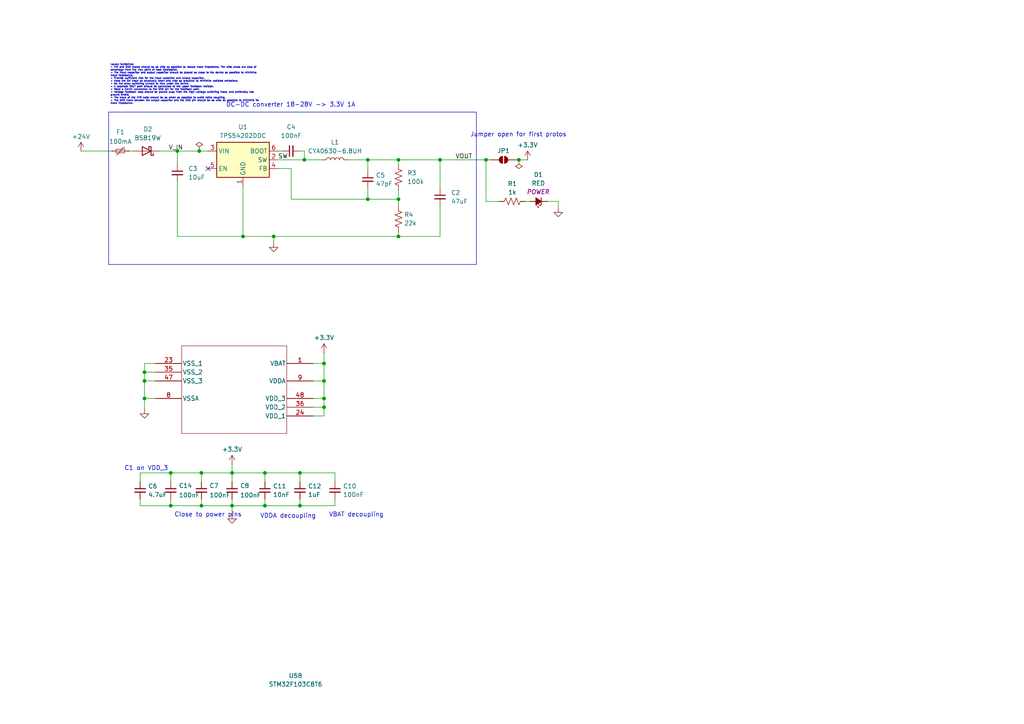
<source format=kicad_sch>
(kicad_sch (version 20231120) (generator "eeschema") (generator_version "8.0")
  (paper "A4")
  (lib_symbols
    (symbol "2024-08-24_19-57-47:STM32F103C8T6" (pin_names (offset 0.254))
      (property "Reference" "U5" (at 40.64 -90.5871 0))
      (property "Value" "STM32F103C8T6" (at 40.64 -93.0724 0))
      (symbol "STM32F103C8T6_1_1"
        (polyline (pts (xy 5.5372 -81.8007) (xy 4.4958 -81.28)) (stroke (width 0.127)))
        (polyline (pts (xy 5.5372 -80.7593) (xy 4.4958 -81.28)) (stroke (width 0.127)))
        (polyline (pts (xy 5.5372 -79.2607) (xy 4.4958 -78.74)) (stroke (width 0.127)))
        (polyline (pts (xy 5.5372 -78.2193) (xy 4.4958 -78.74)) (stroke (width 0.127)))
        (polyline (pts (xy 5.5372 -76.7207) (xy 4.4958 -76.2)) (stroke (width 0.127)))
        (polyline (pts (xy 5.5372 -75.6793) (xy 4.4958 -76.2)) (stroke (width 0.127)))
        (polyline (pts (xy 5.5372 -74.1807) (xy 4.4958 -73.66)) (stroke (width 0.127)))
        (polyline (pts (xy 5.5372 -73.1393) (xy 4.4958 -73.66)) (stroke (width 0.127)))
        (polyline (pts (xy 5.5372 -71.6407) (xy 4.4958 -71.12)) (stroke (width 0.127)))
        (polyline (pts (xy 5.5372 -70.5993) (xy 4.4958 -71.12)) (stroke (width 0.127)))
        (polyline (pts (xy 5.5372 -69.1007) (xy 4.4958 -68.58)) (stroke (width 0.127)))
        (polyline (pts (xy 5.5372 -68.0593) (xy 4.4958 -68.58)) (stroke (width 0.127)))
        (polyline (pts (xy 5.5372 -66.5607) (xy 4.4958 -66.04)) (stroke (width 0.127)))
        (polyline (pts (xy 5.5372 -65.5193) (xy 4.4958 -66.04)) (stroke (width 0.127)))
        (polyline (pts (xy 5.5372 -64.0207) (xy 4.4958 -63.5)) (stroke (width 0.127)))
        (polyline (pts (xy 5.5372 -62.9793) (xy 4.4958 -63.5)) (stroke (width 0.127)))
        (polyline (pts (xy 5.5372 -61.4807) (xy 4.4958 -60.96)) (stroke (width 0.127)))
        (polyline (pts (xy 5.5372 -60.4393) (xy 4.4958 -60.96)) (stroke (width 0.127)))
        (polyline (pts (xy 5.5372 -58.9407) (xy 4.4958 -58.42)) (stroke (width 0.127)))
        (polyline (pts (xy 5.5372 -57.8993) (xy 4.4958 -58.42)) (stroke (width 0.127)))
        (polyline (pts (xy 5.5372 -56.4007) (xy 4.4958 -55.88)) (stroke (width 0.127)))
        (polyline (pts (xy 5.5372 -55.3593) (xy 4.4958 -55.88)) (stroke (width 0.127)))
        (polyline (pts (xy 5.5372 -53.8607) (xy 4.4958 -53.34)) (stroke (width 0.127)))
        (polyline (pts (xy 5.5372 -52.8193) (xy 4.4958 -53.34)) (stroke (width 0.127)))
        (polyline (pts (xy 5.5372 -51.3207) (xy 4.4958 -50.8)) (stroke (width 0.127)))
        (polyline (pts (xy 5.5372 -50.2793) (xy 4.4958 -50.8)) (stroke (width 0.127)))
        (polyline (pts (xy 5.5372 -48.7807) (xy 4.4958 -48.26)) (stroke (width 0.127)))
        (polyline (pts (xy 5.5372 -47.7393) (xy 4.4958 -48.26)) (stroke (width 0.127)))
        (polyline (pts (xy 5.5372 -46.2407) (xy 4.4958 -45.72)) (stroke (width 0.127)))
        (polyline (pts (xy 5.5372 -45.1993) (xy 4.4958 -45.72)) (stroke (width 0.127)))
        (polyline (pts (xy 5.5372 -43.7007) (xy 4.4958 -43.18)) (stroke (width 0.127)))
        (polyline (pts (xy 5.5372 -42.6593) (xy 4.4958 -43.18)) (stroke (width 0.127)))
        (polyline (pts (xy 5.5372 -38.6207) (xy 4.4958 -38.1)) (stroke (width 0.127)))
        (polyline (pts (xy 5.5372 -37.5793) (xy 4.4958 -38.1)) (stroke (width 0.127)))
        (polyline (pts (xy 5.5372 -36.0807) (xy 4.4958 -35.56)) (stroke (width 0.127)))
        (polyline (pts (xy 5.5372 -35.0393) (xy 4.4958 -35.56)) (stroke (width 0.127)))
        (polyline (pts (xy 5.5372 -33.5407) (xy 4.4958 -33.02)) (stroke (width 0.127)))
        (polyline (pts (xy 5.5372 -32.4993) (xy 4.4958 -33.02)) (stroke (width 0.127)))
        (polyline (pts (xy 5.5372 -31.0007) (xy 4.4958 -30.48)) (stroke (width 0.127)))
        (polyline (pts (xy 5.5372 -29.9593) (xy 4.4958 -30.48)) (stroke (width 0.127)))
        (polyline (pts (xy 5.5372 -28.4607) (xy 4.4958 -27.94)) (stroke (width 0.127)))
        (polyline (pts (xy 5.5372 -27.4193) (xy 4.4958 -27.94)) (stroke (width 0.127)))
        (polyline (pts (xy 5.5372 -25.9207) (xy 4.4958 -25.4)) (stroke (width 0.127)))
        (polyline (pts (xy 5.5372 -24.8793) (xy 4.4958 -25.4)) (stroke (width 0.127)))
        (polyline (pts (xy 5.5372 -23.3807) (xy 4.4958 -22.86)) (stroke (width 0.127)))
        (polyline (pts (xy 5.5372 -22.3393) (xy 4.4958 -22.86)) (stroke (width 0.127)))
        (polyline (pts (xy 5.5372 -20.8407) (xy 4.4958 -20.32)) (stroke (width 0.127)))
        (polyline (pts (xy 5.5372 -19.7993) (xy 4.4958 -20.32)) (stroke (width 0.127)))
        (polyline (pts (xy 5.5372 -18.3007) (xy 4.4958 -17.78)) (stroke (width 0.127)))
        (polyline (pts (xy 5.5372 -17.2593) (xy 4.4958 -17.78)) (stroke (width 0.127)))
        (polyline (pts (xy 5.5372 -15.7607) (xy 4.4958 -15.24)) (stroke (width 0.127)))
        (polyline (pts (xy 5.5372 -14.7193) (xy 4.4958 -15.24)) (stroke (width 0.127)))
        (polyline (pts (xy 5.5372 -13.2207) (xy 4.4958 -12.7)) (stroke (width 0.127)))
        (polyline (pts (xy 5.5372 -12.1793) (xy 4.4958 -12.7)) (stroke (width 0.127)))
        (polyline (pts (xy 5.5372 -10.6807) (xy 4.4958 -10.16)) (stroke (width 0.127)))
        (polyline (pts (xy 5.5372 -9.6393) (xy 4.4958 -10.16)) (stroke (width 0.127)))
        (polyline (pts (xy 5.5372 -8.1407) (xy 4.4958 -7.62)) (stroke (width 0.127)))
        (polyline (pts (xy 5.5372 -7.0993) (xy 4.4958 -7.62)) (stroke (width 0.127)))
        (polyline (pts (xy 5.5372 -5.6007) (xy 4.4958 -5.08)) (stroke (width 0.127)))
        (polyline (pts (xy 5.5372 -4.5593) (xy 4.4958 -5.08)) (stroke (width 0.127)))
        (polyline (pts (xy 5.5372 -3.0607) (xy 4.4958 -2.54)) (stroke (width 0.127)))
        (polyline (pts (xy 5.5372 -2.0193) (xy 4.4958 -2.54)) (stroke (width 0.127)))
        (polyline (pts (xy 5.5372 -0.5207) (xy 4.4958 0)) (stroke (width 0.127)))
        (polyline (pts (xy 5.5372 0.5207) (xy 4.4958 0)) (stroke (width 0.127)))
        (polyline (pts (xy 7.0993 -81.28) (xy 6.0579 -81.8007)) (stroke (width 0.127)))
        (polyline (pts (xy 7.0993 -81.28) (xy 6.0579 -80.7593)) (stroke (width 0.127)))
        (polyline (pts (xy 7.0993 -78.74) (xy 6.0579 -79.2607)) (stroke (width 0.127)))
        (polyline (pts (xy 7.0993 -78.74) (xy 6.0579 -78.2193)) (stroke (width 0.127)))
        (polyline (pts (xy 7.0993 -76.2) (xy 6.0579 -76.7207)) (stroke (width 0.127)))
        (polyline (pts (xy 7.0993 -76.2) (xy 6.0579 -75.6793)) (stroke (width 0.127)))
        (polyline (pts (xy 7.0993 -73.66) (xy 6.0579 -74.1807)) (stroke (width 0.127)))
        (polyline (pts (xy 7.0993 -73.66) (xy 6.0579 -73.1393)) (stroke (width 0.127)))
        (polyline (pts (xy 7.0993 -71.12) (xy 6.0579 -71.6407)) (stroke (width 0.127)))
        (polyline (pts (xy 7.0993 -71.12) (xy 6.0579 -70.5993)) (stroke (width 0.127)))
        (polyline (pts (xy 7.0993 -68.58) (xy 6.0579 -69.1007)) (stroke (width 0.127)))
        (polyline (pts (xy 7.0993 -68.58) (xy 6.0579 -68.0593)) (stroke (width 0.127)))
        (polyline (pts (xy 7.0993 -66.04) (xy 6.0579 -66.5607)) (stroke (width 0.127)))
        (polyline (pts (xy 7.0993 -66.04) (xy 6.0579 -65.5193)) (stroke (width 0.127)))
        (polyline (pts (xy 7.0993 -63.5) (xy 6.0579 -64.0207)) (stroke (width 0.127)))
        (polyline (pts (xy 7.0993 -63.5) (xy 6.0579 -62.9793)) (stroke (width 0.127)))
        (polyline (pts (xy 7.0993 -60.96) (xy 6.0579 -61.4807)) (stroke (width 0.127)))
        (polyline (pts (xy 7.0993 -60.96) (xy 6.0579 -60.4393)) (stroke (width 0.127)))
        (polyline (pts (xy 7.0993 -58.42) (xy 6.0579 -58.9407)) (stroke (width 0.127)))
        (polyline (pts (xy 7.0993 -58.42) (xy 6.0579 -57.8993)) (stroke (width 0.127)))
        (polyline (pts (xy 7.0993 -55.88) (xy 6.0579 -56.4007)) (stroke (width 0.127)))
        (polyline (pts (xy 7.0993 -55.88) (xy 6.0579 -55.3593)) (stroke (width 0.127)))
        (polyline (pts (xy 7.0993 -53.34) (xy 6.0579 -53.8607)) (stroke (width 0.127)))
        (polyline (pts (xy 7.0993 -53.34) (xy 6.0579 -52.8193)) (stroke (width 0.127)))
        (polyline (pts (xy 7.0993 -50.8) (xy 6.0579 -51.3207)) (stroke (width 0.127)))
        (polyline (pts (xy 7.0993 -50.8) (xy 6.0579 -50.2793)) (stroke (width 0.127)))
        (polyline (pts (xy 7.0993 -48.26) (xy 6.0579 -48.7807)) (stroke (width 0.127)))
        (polyline (pts (xy 7.0993 -48.26) (xy 6.0579 -47.7393)) (stroke (width 0.127)))
        (polyline (pts (xy 7.0993 -45.72) (xy 6.0579 -46.2407)) (stroke (width 0.127)))
        (polyline (pts (xy 7.0993 -45.72) (xy 6.0579 -45.1993)) (stroke (width 0.127)))
        (polyline (pts (xy 7.0993 -43.18) (xy 6.0579 -43.7007)) (stroke (width 0.127)))
        (polyline (pts (xy 7.0993 -43.18) (xy 6.0579 -42.6593)) (stroke (width 0.127)))
        (polyline (pts (xy 7.0993 -38.1) (xy 6.0579 -38.6207)) (stroke (width 0.127)))
        (polyline (pts (xy 7.0993 -38.1) (xy 6.0579 -37.5793)) (stroke (width 0.127)))
        (polyline (pts (xy 7.0993 -35.56) (xy 6.0579 -36.0807)) (stroke (width 0.127)))
        (polyline (pts (xy 7.0993 -35.56) (xy 6.0579 -35.0393)) (stroke (width 0.127)))
        (polyline (pts (xy 7.0993 -33.02) (xy 6.0579 -33.5407)) (stroke (width 0.127)))
        (polyline (pts (xy 7.0993 -33.02) (xy 6.0579 -32.4993)) (stroke (width 0.127)))
        (polyline (pts (xy 7.0993 -30.48) (xy 6.0579 -31.0007)) (stroke (width 0.127)))
        (polyline (pts (xy 7.0993 -30.48) (xy 6.0579 -29.9593)) (stroke (width 0.127)))
        (polyline (pts (xy 7.0993 -27.94) (xy 6.0579 -28.4607)) (stroke (width 0.127)))
        (polyline (pts (xy 7.0993 -27.94) (xy 6.0579 -27.4193)) (stroke (width 0.127)))
        (polyline (pts (xy 7.0993 -25.4) (xy 6.0579 -25.9207)) (stroke (width 0.127)))
        (polyline (pts (xy 7.0993 -25.4) (xy 6.0579 -24.8793)) (stroke (width 0.127)))
        (polyline (pts (xy 7.0993 -22.86) (xy 6.0579 -23.3807)) (stroke (width 0.127)))
        (polyline (pts (xy 7.0993 -22.86) (xy 6.0579 -22.3393)) (stroke (width 0.127)))
        (polyline (pts (xy 7.0993 -20.32) (xy 6.0579 -20.8407)) (stroke (width 0.127)))
        (polyline (pts (xy 7.0993 -20.32) (xy 6.0579 -19.7993)) (stroke (width 0.127)))
        (polyline (pts (xy 7.0993 -17.78) (xy 6.0579 -18.3007)) (stroke (width 0.127)))
        (polyline (pts (xy 7.0993 -17.78) (xy 6.0579 -17.2593)) (stroke (width 0.127)))
        (polyline (pts (xy 7.0993 -15.24) (xy 6.0579 -15.7607)) (stroke (width 0.127)))
        (polyline (pts (xy 7.0993 -15.24) (xy 6.0579 -14.7193)) (stroke (width 0.127)))
        (polyline (pts (xy 7.0993 -12.7) (xy 6.0579 -13.2207)) (stroke (width 0.127)))
        (polyline (pts (xy 7.0993 -12.7) (xy 6.0579 -12.1793)) (stroke (width 0.127)))
        (polyline (pts (xy 7.0993 -10.16) (xy 6.0579 -10.6807)) (stroke (width 0.127)))
        (polyline (pts (xy 7.0993 -10.16) (xy 6.0579 -9.6393)) (stroke (width 0.127)))
        (polyline (pts (xy 7.0993 -7.62) (xy 6.0579 -8.1407)) (stroke (width 0.127)))
        (polyline (pts (xy 7.0993 -7.62) (xy 6.0579 -7.0993)) (stroke (width 0.127)))
        (polyline (pts (xy 7.0993 -5.08) (xy 6.0579 -5.6007)) (stroke (width 0.127)))
        (polyline (pts (xy 7.0993 -5.08) (xy 6.0579 -4.5593)) (stroke (width 0.127)))
        (polyline (pts (xy 7.0993 -2.54) (xy 6.0579 -3.0607)) (stroke (width 0.127)))
        (polyline (pts (xy 7.0993 -2.54) (xy 6.0579 -2.0193)) (stroke (width 0.127)))
        (polyline (pts (xy 7.0993 0) (xy 6.0579 -0.5207)) (stroke (width 0.127)))
        (polyline (pts (xy 7.0993 0) (xy 6.0579 0.5207)) (stroke (width 0.127)))
        (polyline (pts (xy 7.62 -88.9) (xy 73.66 -88.9)) (stroke (width 0.127)))
        (polyline (pts (xy 7.62 7.62) (xy 7.62 -88.9)) (stroke (width 0.127)))
        (polyline (pts (xy 73.66 -88.9) (xy 73.66 7.62)) (stroke (width 0.127)))
        (polyline (pts (xy 73.66 7.62) (xy 7.62 7.62)) (stroke (width 0.127)))
        (polyline (pts (xy 74.1807 -81.28) (xy 75.2221 -81.8007)) (stroke (width 0.127)))
        (polyline (pts (xy 74.1807 -81.28) (xy 75.2221 -80.7593)) (stroke (width 0.127)))
        (polyline (pts (xy 74.1807 -78.74) (xy 75.2221 -79.2607)) (stroke (width 0.127)))
        (polyline (pts (xy 74.1807 -78.74) (xy 75.2221 -78.2193)) (stroke (width 0.127)))
        (polyline (pts (xy 74.1807 -76.2) (xy 75.2221 -76.7207)) (stroke (width 0.127)))
        (polyline (pts (xy 74.1807 -76.2) (xy 75.2221 -75.6793)) (stroke (width 0.127)))
        (polyline (pts (xy 74.1807 -71.12) (xy 75.2221 -71.6407)) (stroke (width 0.127)))
        (polyline (pts (xy 74.1807 -71.12) (xy 75.2221 -70.5993)) (stroke (width 0.127)))
        (polyline (pts (xy 74.1807 -66.04) (xy 75.2221 -66.5607)) (stroke (width 0.127)))
        (polyline (pts (xy 74.1807 -66.04) (xy 75.2221 -65.5193)) (stroke (width 0.127)))
        (polyline (pts (xy 74.1807 -60.96) (xy 75.2221 -61.4807)) (stroke (width 0.127)))
        (polyline (pts (xy 74.1807 -60.96) (xy 75.2221 -60.4393)) (stroke (width 0.127)))
        (polyline (pts (xy 74.1807 -56.4007) (xy 75.2221 -55.88)) (stroke (width 0.127)))
        (polyline (pts (xy 74.1807 -55.3593) (xy 75.2221 -55.88)) (stroke (width 0.127)))
        (polyline (pts (xy 75.7428 -81.8007) (xy 76.7842 -81.28)) (stroke (width 0.127)))
        (polyline (pts (xy 75.7428 -80.7593) (xy 76.7842 -81.28)) (stroke (width 0.127)))
        (polyline (pts (xy 75.7428 -79.2607) (xy 76.7842 -78.74)) (stroke (width 0.127)))
        (polyline (pts (xy 75.7428 -78.2193) (xy 76.7842 -78.74)) (stroke (width 0.127)))
        (polyline (pts (xy 75.7428 -76.7207) (xy 76.7842 -76.2)) (stroke (width 0.127)))
        (polyline (pts (xy 75.7428 -75.6793) (xy 76.7842 -76.2)) (stroke (width 0.127)))
        (polyline (pts (xy 75.7428 -71.6407) (xy 76.7842 -71.12)) (stroke (width 0.127)))
        (polyline (pts (xy 75.7428 -70.5993) (xy 76.7842 -71.12)) (stroke (width 0.127)))
        (pin output line (at 0 0 0) (length 7.62) (name "PA0-WKUP-LED_B") (number "10"))
        (pin output line (at 0 -2.54 0) (length 7.62) (name "PA1-LED_G") (number "11"))
        (pin output line (at 0 -5.08 0) (length 7.62) (name "PA2-LED_R") (number "12"))
        (pin bidirectional line (at 0 -7.62 0) (length 7.62) (name "PA3") (number "13"))
        (pin output line (at 0 -10.16 0) (length 7.62) (name "PA4") (number "14"))
        (pin output line (at 0 -12.7 0) (length 7.62) (name "PA5-SPI1_SCK") (number "15"))
        (pin input line (at 0 -15.24 0) (length 7.62) (name "PA6-SPI1_MISO") (number "16"))
        (pin output line (at 0 -17.78 0) (length 7.62) (name "PA7-SPI1_MOSI") (number "17"))
        (pin output line (at 0 -43.18 0) (length 7.62) (name "PB0-RF_CS") (number "18"))
        (pin output line (at 0 -45.72 0) (length 7.62) (name "PB1-RF_RST") (number "19"))
        (pin bidirectional line (at 81.28 -81.28 180) (length 7.62) (name "PC13") (number "2"))
        (pin input line (at 0 -48.26 0) (length 7.62) (name "PB2-PIR_2") (number "20"))
        (pin input line (at 0 -68.58 0) (length 7.62) (name "PB10-PIR_1") (number "21"))
        (pin input line (at 0 -71.12 0) (length 7.62) (name "PB11-RF_INT") (number "22"))
        (pin output line (at 0 -73.66 0) (length 7.62) (name "PB12-LED_STATUS4") (number "25"))
        (pin output line (at 0 -76.2 0) (length 7.62) (name "PB13-LED_STATUS3") (number "26"))
        (pin output line (at 0 -78.74 0) (length 7.62) (name "PB14-LED_STATUS2") (number "27"))
        (pin output line (at 0 -81.28 0) (length 7.62) (name "PB15-LED_STATUS1") (number "28"))
        (pin output line (at 0 -20.32 0) (length 7.62) (name "PA8-PA8") (number "29"))
        (pin bidirectional line (at 81.28 -78.74 180) (length 7.62) (name "PC14-OSC32_IN") (number "3"))
        (pin output line (at 0 -22.86 0) (length 7.62) (name "PA9-USART1_TX") (number "30"))
        (pin input line (at 0 -25.4 0) (length 7.62) (name "PA10-USART1_RX") (number "31"))
        (pin output line (at 0 -27.94 0) (length 7.62) (name "PA11-PA11") (number "32"))
        (pin output line (at 0 -30.48 0) (length 7.62) (name "PA12-PA12") (number "33"))
        (pin bidirectional line (at 0 -33.02 0) (length 7.62) (name "PA13-SYS_JTMS-SWDIO") (number "34"))
        (pin input line (at 0 -35.56 0) (length 7.62) (name "PA14-SYS_JTCK-SWCLK") (number "37"))
        (pin bidirectional line (at 0 -38.1 0) (length 7.62) (name "PA15") (number "38"))
        (pin output line (at 0 -50.8 0) (length 7.62) (name "PB3-SYS_JTDO-TRACESWO") (number "39"))
        (pin bidirectional line (at 81.28 -76.2 180) (length 7.62) (name "PC15-OSC32_OUT") (number "4"))
        (pin output line (at 0 -53.34 0) (length 7.62) (name "PB4-PB4") (number "40"))
        (pin output line (at 0 -55.88 0) (length 7.62) (name "PB5-PB5") (number "41"))
        (pin output line (at 0 -58.42 0) (length 7.62) (name "PB6-PB6") (number "42"))
        (pin bidirectional line (at 0 -60.96 0) (length 7.62) (name "PB7") (number "43"))
        (pin input line (at 81.28 -66.04 180) (length 7.62) (name "BOOT0") (number "44"))
        (pin bidirectional line (at 0 -63.5 0) (length 7.62) (name "PB8") (number "45"))
        (pin bidirectional line (at 0 -66.04 0) (length 7.62) (name "PB9") (number "46"))
        (pin bidirectional line (at 81.28 -60.96 180) (length 7.62) (name "PD0-OSC_IN-RCC_OSC_IN") (number "5"))
        (pin bidirectional line (at 81.28 -55.88 180) (length 7.62) (name "PD1-OSC_OUT-RCC_OSC_OUT") (number "6"))
        (pin bidirectional line (at 81.28 -71.12 180) (length 7.62) (name "NRST") (number "7"))
      )
      (symbol "STM32F103C8T6_2_1"
        (polyline (pts (xy 7.62 -20.32) (xy 38.1 -20.32)) (stroke (width 0.127)))
        (polyline (pts (xy 7.62 5.08) (xy 7.62 -20.32)) (stroke (width 0.127)))
        (polyline (pts (xy 38.1 -20.32) (xy 38.1 5.08)) (stroke (width 0.127)))
        (polyline (pts (xy 38.1 5.08) (xy 7.62 5.08)) (stroke (width 0.127)))
        (pin power_in line (at 45.72 0 180) (length 7.62) (name "VBAT") (number "1"))
        (pin power_in line (at 0 0 0) (length 7.62) (name "VSS_1") (number "23"))
        (pin power_in line (at 45.72 -15.24 180) (length 7.62) (name "VDD_1") (number "24"))
        (pin power_in line (at 0 -2.54 0) (length 7.62) (name "VSS_2") (number "35"))
        (pin power_in line (at 45.72 -12.7 180) (length 7.62) (name "VDD_2") (number "36"))
        (pin power_in line (at 0 -5.08 0) (length 7.62) (name "VSS_3") (number "47"))
        (pin power_in line (at 45.72 -10.16 180) (length 7.62) (name "VDD_3") (number "48"))
        (pin power_in line (at 0 -10.16 0) (length 7.62) (name "VSSA") (number "8"))
        (pin power_in line (at 45.72 -5.08 180) (length 7.62) (name "VDDA") (number "9"))
      )
    )
    (symbol "Device:C_Small" (pin_numbers hide) (pin_names (offset 0.254) hide)
      (property "Reference" "C" (at 0.254 1.778 0))
      (property "Value" "C_Small" (at 0.254 -2.032 0))
      (symbol "C_Small_0_1"
        (polyline (pts (xy -1.524 -0.508) (xy 1.524 -0.508)) (stroke (width 0.3302)))
        (polyline (pts (xy -1.524 0.508) (xy 1.524 0.508)) (stroke (width 0.3048)))
      )
      (symbol "C_Small_1_1"
        (pin passive line (at 0 2.54 270) (length 2.032) (name "~") (number "1"))
        (pin passive line (at 0 -2.54 90) (length 2.032) (name "~") (number "2"))
      )
    )
    (symbol "Device:D_Schottky" (pin_numbers hide) (pin_names (offset 1.016) hide)
      (property "Reference" "D" (at 0 2.54 0))
      (property "Value" "D_Schottky" (at 0 -2.54 0))
      (symbol "D_Schottky_0_1"
        (polyline (pts (xy 1.27 0) (xy -1.27 0)))
        (polyline (pts (xy 1.27 1.27) (xy 1.27 -1.27) (xy -1.27 0) (xy 1.27 1.27)) (stroke (width 0.254)))
        (polyline (pts (xy -1.905 0.635) (xy -1.905 1.27) (xy -1.27 1.27) (xy -1.27 -1.27) (xy -0.635 -1.27) (xy -0.635 -0.635)) (stroke (width 0.254)))
      )
      (symbol "D_Schottky_1_1"
        (pin passive line (at -3.81 0 0) (length 2.54) (name "K") (number "1"))
        (pin passive line (at 3.81 0 180) (length 2.54) (name "A") (number "2"))
      )
    )
    (symbol "Device:L" (pin_numbers hide) (pin_names (offset 1.016) hide)
      (property "Reference" "L" (at -1.27 0 90))
      (property "Value" "L" (at 1.905 0 90))
      (symbol "L_0_1"
        (arc (start 0 -2.54) (mid 0.6323 -1.905) (end 0 -1.27))
        (arc (start 0 -1.27) (mid 0.6323 -0.635) (end 0 0))
        (arc (start 0 0) (mid 0.6323 0.635) (end 0 1.27))
        (arc (start 0 1.27) (mid 0.6323 1.905) (end 0 2.54))
      )
      (symbol "L_1_1"
        (pin passive line (at 0 3.81 270) (length 1.27) (name "1") (number "1"))
        (pin passive line (at 0 -3.81 90) (length 1.27) (name "2") (number "2"))
      )
    )
    (symbol "Device:LED_Small_Filled" (pin_numbers hide) (pin_names (offset 0.254) hide)
      (property "Reference" "D" (at -1.27 3.175 0))
      (property "Value" "LED_Small_Filled" (at -4.445 -2.54 0))
      (symbol "LED_Small_Filled_0_1"
        (polyline (pts (xy -0.762 -1.016) (xy -0.762 1.016)) (stroke (width 0.254)))
        (polyline (pts (xy 1.016 0) (xy -0.762 0)))
        (polyline (pts (xy 0.762 -1.016) (xy -0.762 0) (xy 0.762 1.016) (xy 0.762 -1.016)) (stroke (width 0.254)) (fill (type outline)))
        (polyline (pts (xy 0 0.762) (xy -0.508 1.27) (xy -0.254 1.27) (xy -0.508 1.27) (xy -0.508 1.016)))
        (polyline (pts (xy 0.508 1.27) (xy 0 1.778) (xy 0.254 1.778) (xy 0 1.778) (xy 0 1.524)))
      )
      (symbol "LED_Small_Filled_1_1"
        (pin passive line (at -2.54 0 0) (length 1.778) (name "K") (number "1"))
        (pin passive line (at 2.54 0 180) (length 1.778) (name "A") (number "2"))
      )
    )
    (symbol "Device:Polyfuse_Small" (pin_numbers hide) (pin_names (offset 0))
      (property "Reference" "F" (at -1.905 0 90))
      (property "Value" "Polyfuse_Small" (at 1.905 0 90))
      (symbol "Polyfuse_Small_0_1"
        (rectangle (start -0.508 1.27) (end 0.508 -1.27))
        (polyline (pts (xy 0 2.54) (xy 0 -2.54)))
        (polyline (pts (xy -1.016 1.27) (xy -1.016 0.762) (xy 1.016 -0.762) (xy 1.016 -1.27)))
      )
      (symbol "Polyfuse_Small_1_1"
        (pin passive line (at 0 2.54 270) (length 0.635) (name "~") (number "1"))
        (pin passive line (at 0 -2.54 90) (length 0.635) (name "~") (number "2"))
      )
    )
    (symbol "Device:R_US" (pin_numbers hide) (pin_names (offset 0))
      (property "Reference" "R" (at 2.54 0 90))
      (property "Value" "R_US" (at -2.54 0 90))
      (symbol "R_US_0_1"
        (polyline (pts (xy 0 -2.286) (xy 0 -2.54)))
        (polyline (pts (xy 0 2.286) (xy 0 2.54)))
        (polyline (pts (xy 0 -0.762) (xy 1.016 -1.143) (xy 0 -1.524) (xy -1.016 -1.905) (xy 0 -2.286)))
        (polyline (pts (xy 0 0.762) (xy 1.016 0.381) (xy 0 0) (xy -1.016 -0.381) (xy 0 -0.762)))
        (polyline (pts (xy 0 2.286) (xy 1.016 1.905) (xy 0 1.524) (xy -1.016 1.143) (xy 0 0.762)))
      )
      (symbol "R_US_1_1"
        (pin passive line (at 0 3.81 270) (length 1.27) (name "~") (number "1"))
        (pin passive line (at 0 -3.81 90) (length 1.27) (name "~") (number "2"))
      )
    )
    (symbol "Jumper:SolderJumper_2_Open" (pin_numbers hide) (pin_names (offset 0) hide) (exclude_from_sim yes) (in_bom no)
      (property "Reference" "JP" (at 0 2.032 0))
      (property "Value" "SolderJumper_2_Open" (at 0 -2.54 0))
      (symbol "SolderJumper_2_Open_0_1"
        (arc (start -0.254 1.016) (mid -1.2656 0) (end -0.254 -1.016))
        (arc (start -0.254 1.016) (mid -1.2656 0) (end -0.254 -1.016) (fill (type outline)))
        (polyline (pts (xy -0.254 1.016) (xy -0.254 -1.016)))
        (polyline (pts (xy 0.254 1.016) (xy 0.254 -1.016)))
        (arc (start 0.254 -1.016) (mid 1.2656 0) (end 0.254 1.016))
        (arc (start 0.254 -1.016) (mid 1.2656 0) (end 0.254 1.016) (fill (type outline)))
      )
      (symbol "SolderJumper_2_Open_1_1"
        (pin passive line (at -3.81 0 0) (length 2.54) (name "A") (number "1"))
        (pin passive line (at 3.81 0 180) (length 2.54) (name "B") (number "2"))
      )
    )
    (symbol "Regulator_Switching:TPS54202DDC"
      (property "Reference" "U" (at -7.62 6.35 0))
      (property "Value" "TPS54202DDC" (at 0 6.35 0))
      (symbol "TPS54202DDC_0_1"
        (rectangle (start -7.62 5.08) (end 7.62 -5.08) (stroke (width 0.254)) (fill (type background)))
      )
      (symbol "TPS54202DDC_1_1"
        (pin power_in line (at 0 -7.62 90) (length 2.54) (name "GND") (number "1"))
        (pin power_out line (at 10.16 0 180) (length 2.54) (name "SW") (number "2"))
        (pin power_in line (at -10.16 2.54 0) (length 2.54) (name "VIN") (number "3"))
        (pin input line (at 10.16 -2.54 180) (length 2.54) (name "FB") (number "4"))
        (pin input line (at -10.16 -2.54 0) (length 2.54) (name "EN") (number "5"))
        (pin passive line (at 10.16 2.54 180) (length 2.54) (name "BOOT") (number "6"))
      )
    )
    (symbol "power:+24V" (power) (pin_numbers hide) (pin_names (offset 0) hide)
      (property "Value" "+24V" (at 0 3.556 0))
      (symbol "+24V_0_1"
        (polyline (pts (xy -0.762 1.27) (xy 0 2.54)))
        (polyline (pts (xy 0 0) (xy 0 2.54)))
        (polyline (pts (xy 0 2.54) (xy 0.762 1.27)))
      )
      (symbol "+24V_1_1"
        (pin power_in line (at 0 0 90) (length 0) (name "~") (number "1"))
      )
    )
    (symbol "power:+3.3V" (power) (pin_numbers hide) (pin_names (offset 0) hide)
      (property "Value" "+3.3V" (at 0 3.556 0))
      (symbol "+3.3V_0_1"
        (polyline (pts (xy -0.762 1.27) (xy 0 2.54)))
        (polyline (pts (xy 0 0) (xy 0 2.54)))
        (polyline (pts (xy 0 2.54) (xy 0.762 1.27)))
      )
      (symbol "+3.3V_1_1"
        (pin power_in line (at 0 0 90) (length 0) (name "~") (number "1"))
      )
    )
    (symbol "power:GND" (power) (pin_numbers hide) (pin_names (offset 0) hide)
      (property "Value" "GND" (at 0 -3.81 0))
      (symbol "GND_0_1"
        (polyline (pts (xy 0 0) (xy 0 -1.27) (xy 1.27 -1.27) (xy 0 -2.54) (xy -1.27 -1.27) (xy 0 -1.27)))
      )
      (symbol "GND_1_1"
        (pin power_in line (at 0 0 270) (length 0) (name "~") (number "1"))
      )
    )
    (symbol "power:PWR_FLAG" (power) (pin_numbers hide) (pin_names (offset 0) hide)
      (property "Value" "PWR_FLAG" (at 0 3.81 0))
      (symbol "PWR_FLAG_0_0"
        (pin power_out line (at 0 0 90) (length 0) (name "~") (number "1"))
      )
      (symbol "PWR_FLAG_0_1"
        (polyline (pts (xy 0 0) (xy 0 1.27) (xy -1.016 1.905) (xy 0 2.54) (xy 1.016 1.905) (xy 0 1.27)))
      )
    )
  )
  (junction (at 41.91 115.57))
  (junction (at 93.98 115.57))
  (junction (at 58.42 146.685))
  (junction (at 106.68 57.785))
  (junction (at 127.635 46.355))
  (junction (at 51.435 43.815))
  (junction (at 93.98 118.11))
  (junction (at 41.91 107.95))
  (junction (at 106.68 46.355))
  (junction (at 88.265 46.355))
  (junction (at 67.31 137.16))
  (junction (at 41.91 110.49))
  (junction (at 49.53 146.685))
  (junction (at 150.495 46.355))
  (junction (at 76.835 146.685))
  (junction (at 76.835 137.16))
  (junction (at 70.485 68.58))
  (junction (at 115.57 46.355))
  (junction (at 115.57 68.58))
  (junction (at 79.375 68.58))
  (junction (at 57.785 43.815))
  (junction (at 115.57 57.785))
  (junction (at 58.42 137.16))
  (junction (at 93.98 105.41))
  (junction (at 93.98 110.49))
  (junction (at 67.31 146.685))
  (junction (at 86.995 137.16))
  (junction (at 140.97 46.355))
  (junction (at 86.995 146.685))
  (junction (at 49.53 137.16))
  (no_connect (at 60.325 48.895))
  (wire (pts (xy 46.355 43.815) (xy 51.435 43.815)))
  (wire (pts (xy 161.925 58.42) (xy 161.925 60.325)))
  (wire (pts (xy 90.805 110.49) (xy 93.98 110.49)))
  (wire (pts (xy 41.91 105.41) (xy 45.085 105.41)))
  (wire (pts (xy 76.835 137.16) (xy 86.995 137.16)))
  (wire (pts (xy 90.805 118.11) (xy 93.98 118.11)))
  (wire (pts (xy 81.915 43.815) (xy 80.645 43.815)))
  (wire (pts (xy 127.635 68.58) (xy 115.57 68.58)))
  (wire (pts (xy 76.835 146.685) (xy 86.995 146.685)))
  (wire (pts (xy 90.805 120.65) (xy 93.98 120.65)))
  (wire (pts (xy 106.68 49.53) (xy 106.68 46.355)))
  (wire (pts (xy 70.485 53.975) (xy 70.485 68.58)))
  (wire (pts (xy 51.435 68.58) (xy 70.485 68.58)))
  (wire (pts (xy 115.57 67.31) (xy 115.57 68.58)))
  (wire (pts (xy 93.98 102.235) (xy 93.98 105.41)))
  (wire (pts (xy 40.64 146.685) (xy 49.53 146.685)))
  (wire (pts (xy 140.97 58.42) (xy 144.78 58.42)))
  (wire (pts (xy 38.735 43.815) (xy 37.465 43.815)))
  (wire (pts (xy 93.98 118.11) (xy 93.98 115.57)))
  (wire (pts (xy 115.57 57.785) (xy 115.57 59.69)))
  (wire (pts (xy 67.31 149.225) (xy 67.31 146.685)))
  (wire (pts (xy 97.155 144.78) (xy 97.155 146.685)))
  (wire (pts (xy 51.435 43.815) (xy 51.435 47.625)))
  (wire (pts (xy 40.64 139.7) (xy 40.64 137.16)))
  (wire (pts (xy 86.995 137.16) (xy 97.155 137.16)))
  (wire (pts (xy 140.97 46.355) (xy 142.24 46.355)))
  (wire (pts (xy 49.53 144.78) (xy 49.53 146.685)))
  (wire (pts (xy 23.495 43.815) (xy 32.385 43.815)))
  (wire (pts (xy 115.57 46.355) (xy 127.635 46.355)))
  (wire (pts (xy 100.965 46.355) (xy 106.68 46.355)))
  (wire (pts (xy 49.53 137.16) (xy 49.53 139.7)))
  (wire (pts (xy 127.635 54.61) (xy 127.635 46.355)))
  (wire (pts (xy 51.435 68.58) (xy 51.435 52.705)))
  (wire (pts (xy 86.995 146.685) (xy 86.995 144.78)))
  (wire (pts (xy 86.995 43.815) (xy 88.265 43.815)))
  (wire (pts (xy 41.91 110.49) (xy 41.91 107.95)))
  (wire (pts (xy 76.835 144.78) (xy 76.835 146.685)))
  (wire (pts (xy 90.805 115.57) (xy 93.98 115.57)))
  (wire (pts (xy 79.375 68.58) (xy 115.57 68.58)))
  (wire (pts (xy 90.805 105.41) (xy 93.98 105.41)))
  (wire (pts (xy 45.085 115.57) (xy 41.91 115.57)))
  (wire (pts (xy 57.785 43.815) (xy 60.325 43.815)))
  (wire (pts (xy 93.98 105.41) (xy 93.98 110.49)))
  (wire (pts (xy 58.42 144.78) (xy 58.42 146.685)))
  (wire (pts (xy 67.31 137.16) (xy 67.31 139.7)))
  (wire (pts (xy 49.53 137.16) (xy 58.42 137.16)))
  (wire (pts (xy 88.265 43.815) (xy 88.265 46.355)))
  (wire (pts (xy 84.455 57.785) (xy 106.68 57.785)))
  (wire (pts (xy 93.98 110.49) (xy 93.98 115.57)))
  (wire (pts (xy 149.86 46.355) (xy 150.495 46.355)))
  (wire (pts (xy 97.155 137.16) (xy 97.155 139.7)))
  (wire (pts (xy 41.91 118.745) (xy 41.91 115.57)))
  (wire (pts (xy 58.42 146.685) (xy 67.31 146.685)))
  (wire (pts (xy 40.64 137.16) (xy 49.53 137.16)))
  (wire (pts (xy 45.085 110.49) (xy 41.91 110.49)))
  (wire (pts (xy 41.91 107.95) (xy 41.91 105.41)))
  (wire (pts (xy 76.835 137.16) (xy 76.835 139.7)))
  (wire (pts (xy 127.635 46.355) (xy 140.97 46.355)))
  (wire (pts (xy 45.085 107.95) (xy 41.91 107.95)))
  (wire (pts (xy 93.98 120.65) (xy 93.98 118.11)))
  (wire (pts (xy 150.495 46.355) (xy 153.035 46.355)))
  (wire (pts (xy 67.31 144.78) (xy 67.31 146.685)))
  (wire (pts (xy 115.57 55.245) (xy 115.57 57.785)))
  (wire (pts (xy 88.265 46.355) (xy 93.345 46.355)))
  (wire (pts (xy 70.485 68.58) (xy 79.375 68.58)))
  (wire (pts (xy 106.68 46.355) (xy 115.57 46.355)))
  (wire (pts (xy 58.42 137.16) (xy 67.31 137.16)))
  (wire (pts (xy 127.635 59.69) (xy 127.635 68.58)))
  (wire (pts (xy 67.31 134.62) (xy 67.31 137.16)))
  (wire (pts (xy 51.435 43.815) (xy 57.785 43.815)))
  (wire (pts (xy 80.645 46.355) (xy 88.265 46.355)))
  (wire (pts (xy 106.68 57.785) (xy 106.68 54.61)))
  (wire (pts (xy 86.995 146.685) (xy 97.155 146.685)))
  (wire (pts (xy 41.91 115.57) (xy 41.91 110.49)))
  (wire (pts (xy 152.4 58.42) (xy 153.67 58.42)))
  (wire (pts (xy 67.31 137.16) (xy 76.835 137.16)))
  (wire (pts (xy 84.455 57.785) (xy 84.455 48.895)))
  (wire (pts (xy 86.995 137.16) (xy 86.995 139.7)))
  (wire (pts (xy 40.64 144.78) (xy 40.64 146.685)))
  (wire (pts (xy 115.57 47.625) (xy 115.57 46.355)))
  (wire (pts (xy 49.53 146.685) (xy 58.42 146.685)))
  (wire (pts (xy 140.97 46.355) (xy 140.97 58.42)))
  (wire (pts (xy 106.68 57.785) (xy 115.57 57.785)))
  (wire (pts (xy 79.375 68.58) (xy 79.375 70.485)))
  (wire (pts (xy 67.31 146.685) (xy 76.835 146.685)))
  (wire (pts (xy 58.42 137.16) (xy 58.42 139.7)))
  (wire (pts (xy 158.75 58.42) (xy 161.925 58.42)))
  (wire (pts (xy 84.455 48.895) (xy 80.645 48.895)))
  (rectangle (start 31.496 32.512) (end 138.176 76.708))
  (text "DC-DC converter 18-28V -> 3.3V 1A" (at 84.328 31.242 0) (effects (font (size 1.27 1.27)) (justify bottom)))
  (text "Jumper open for first protos" (at 150.368 39.878 0) (effects (font (size 1.27 1.27)) (justify bottom)))
  (text "VDDA decoupling" (at 75.438 150.495 0) (effects (font (size 1.27 1.27)) (justify left bottom)))
  (text "Layout Guidelines\n• VIN and GND traces should be as wide as possible to reduce trace impedance. The wide areas are also of\nadvantage from the view point of heat dissipation.\n• The input capacitor and output capacitor should be placed as close to the device as possible to minimize\ntrace impedance.\n• Provide sufficient vias for the input capacitor and output capacitor.\n• Keep the SW trace as physically short and wide as practical to minimize radiated emissions.\n• Do not allow switching current to flow under the device.\n• A separate VOUT path should be connected to the upper feedback resistor.\n• Make a Kelvin connection to the GND pin for the feedback path.\n• Voltage feedback loop should be placed away from the high-voltage switching trace, and preferably has\nground shield.\n• The trace of the VFB node should be as small as possible to avoid noise coupling.\n• The GND trace between the output capacitor and the GND pin should be as wide as possible to minimize its\ntrace impedance." (at 32.004 18.542 0) (effects (font (size 0.5 0.5)) (justify left top)))
  (text "C1 on VDD_3" (at 36.068 136.652 0) (effects (font (size 1.27 1.27)) (justify left bottom)))
  (text "Close to power pins" (at 50.546 150.114 0) (effects (font (size 1.27 1.27)) (justify left bottom)))
  (text "VBAT decoupling" (at 95.377 150.114 0) (effects (font (size 1.27 1.27)) (justify left bottom)))
  (label "VOUT" (at 132.08 46.355 0))
  (label "V_IN" (at 48.895 43.815 0))
  (label "SW" (at 80.645 46.355 0))
  (symbol (lib_id "Device:C_Small") (at 49.53 142.24 0) (unit 1)
    (property "Reference" "C14" (at 51.8541 140.8746 0) (effects (justify left)))
    (property "Value" "100nF" (at 51.8541 143.6179 0) (effects (justify left)))
    (property "Footprint" "Capacitor_SMD:C_0402_1005Metric" (effects (hide yes)))
    (property "Description" "Unpolarized capacitor, small symbol" (effects (hide yes)))
    (property "LCSC" "C1525" (effects (hide yes)))
  )
  (symbol (lib_id "2024-08-24_19-57-47:STM32F103C8T6") (at 45.085 105.41 0) (unit 2)
    (property "Reference" "U5" (at 85.725 195.9971 0))
    (property "Value" "STM32F103C8T6" (at 85.725 198.4824 0))
    (property "Footprint" "Package_QFP:LQFP-48_7x7mm_P0.5mm" (effects (hide yes)))
    (property "Datasheet" "STM32F103C8T6" (effects (hide yes)))
    (property "Description" "STMicroelectronics Arm Cortex-M3 MCU, 64KB flash, 20KB RAM, 72 MHz, 2.0-3.6V, 37 GPIO, LQFP48" (effects (hide yes)))
    (property "LCSC" "C8734" (effects (hide yes)))
    (instances (project "" (path "" (reference "U5") (unit 2)) (path "" (reference "U2") (unit 2))))
  )
  (symbol (lib_id "power:GND") (at 67.31 149.225 0) (unit 1)
    (property "Reference" "#PWR011" (effects (hide yes)))
    (property "Value" "GND" (effects (hide yes)))
    (property "Description" "Power symbol creates a global label with name \"GND\" , ground" (effects (hide yes)))
  )
  (symbol (lib_id "Device:C_Small") (at 84.455 43.815 90) (unit 1)
    (property "Reference" "C4" (at 84.4613 36.83 90))
    (property "Value" "100nF" (at 84.4613 39.37 90))
    (property "Footprint" "Capacitor_SMD:C_0603_1608Metric" (effects (hide yes)))
    (property "Description" "Unpolarized capacitor, small symbol" (effects (hide yes)))
    (property "LCSC" "C14663" (effects (hide yes)))
  )
  (symbol (lib_id "Device:R_US") (at 115.57 51.435 0) (unit 1)
    (property "Reference" "R3" (at 118.11 50.1649 0) (effects (justify left)))
    (property "Value" "100k" (at 118.11 52.7049 0) (effects (justify left)))
    (property "Footprint" "Resistor_SMD:R_0603_1608Metric" (effects (hide yes)))
    (property "Description" "Resistor, US symbol" (effects (hide yes)))
    (property "LCSC" "C22790" (effects (hide yes)))
  )
  (symbol (lib_id "power:+24V") (at 23.495 43.815 0) (unit 1)
    (property "Reference" "#PWR05" (effects (hide yes)))
    (property "Value" "+24V" (at 23.495 39.6514 0))
    (property "Description" "Power symbol creates a global label with name \"+24V\"" (effects (hide yes)))
  )
  (symbol (lib_id "Device:C_Small") (at 127.635 57.15 0) (unit 1)
    (property "Reference" "C2" (at 130.81 55.8862 0) (effects (justify left)))
    (property "Value" "47uF" (at 130.81 58.4262 0) (effects (justify left)))
    (property "Footprint" "Capacitor_SMD:C_1206_3216Metric" (effects (hide yes)))
    (property "Description" "Unpolarized capacitor, small symbol" (effects (hide yes)))
    (property "LCSC" "C21122" (effects (hide yes)))
  )
  (symbol (lib_id "Jumper:SolderJumper_2_Open") (at 146.05 46.355 0) (unit 1) (exclude_from_sim yes) (in_bom no)
    (property "Reference" "JP1" (at 146.05 43.7154 0))
    (property "Value" "SolderJumper_2_Bridged" (effects (hide yes)))
    (property "Footprint" "Jumper:SolderJumper-2_P1.3mm_Open_RoundedPad1.0x1.5mm" (effects (hide yes)))
    (property "Description" "Solder Jumper, 2-pole, open" (effects (hide yes)))
  )
  (symbol (lib_id "Device:C_Small") (at 40.64 142.24 0) (unit 1)
    (property "Reference" "C6" (at 42.9641 141.0036 0) (effects (justify left)))
    (property "Value" "4.7uF" (at 42.9641 143.4889 0) (effects (justify left)))
    (property "Footprint" "Capacitor_SMD:C_0603_1608Metric" (effects (hide yes)))
    (property "Description" "Unpolarized capacitor, small symbol" (effects (hide yes)))
    (property "LCSC" "C96446" (effects (hide yes)))
  )
  (symbol (lib_id "power:+3.3V") (at 67.31 134.62 0) (unit 1)
    (property "Reference" "#PWR09" (effects (hide yes)))
    (property "Value" "+3.3V" (at 67.31 130.3274 0))
    (property "Description" "Power symbol creates a global label with name \"+3.3V\"" (effects (hide yes)))
  )
  (symbol (lib_id "power:GND") (at 79.375 70.485 0) (unit 1)
    (property "Reference" "#PWR014" (effects (hide yes)))
    (property "Value" "GND" (effects (hide yes)))
    (property "Description" "Power symbol creates a global label with name \"GND\" , ground" (effects (hide yes)))
  )
  (symbol (lib_id "Device:Polyfuse_Small") (at 34.925 43.815 90) (unit 1)
    (property "Reference" "F1" (at 34.925 38.303 90))
    (property "Value" "100mA" (at 34.925 41.0463 90))
    (property "Footprint" "MyFootprints:Fuse_1812_4532Metric" (effects (hide yes)))
    (property "Description" "Resettable fuse, polymeric positive temperature coefficient, small symbol" (effects (hide yes)))
    (property "LCSC" "C2760281" (effects (hide yes)))
  )
  (symbol (lib_id "power:+3.3V") (at 93.98 102.235 0) (mirror y) (unit 1)
    (property "Reference" "#PWR03" (effects (hide yes)))
    (property "Value" "+3.3V" (at 93.98 97.9424 0))
    (property "Description" "Power symbol creates a global label with name \"+3.3V\"" (effects (hide yes)))
  )
  (symbol (lib_id "power:GND") (at 41.91 118.745 0) (unit 1)
    (property "Reference" "#PWR024" (effects (hide yes)))
    (property "Value" "GND" (effects (hide yes)))
    (property "Description" "Power symbol creates a global label with name \"GND\" , ground" (effects (hide yes)))
  )
  (symbol (lib_id "power:PWR_FLAG") (at 150.495 46.355 0) (mirror x) (unit 1)
    (property "Reference" "#FLG03" (effects (hide yes)))
    (property "Value" "PWR_FLAG" (effects (hide yes)))
    (property "Description" "Special symbol for telling ERC where power comes from" (effects (hide yes)))
  )
  (symbol (lib_id "power:+3.3V") (at 153.035 46.355 0) (unit 1)
    (property "Reference" "#PWR08" (effects (hide yes)))
    (property "Value" "+3.3V" (at 153.035 42.0624 0))
    (property "Description" "Power symbol creates a global label with name \"+3.3V\"" (effects (hide yes)))
  )
  (symbol (lib_id "Device:C_Small") (at 58.42 142.24 0) (unit 1)
    (property "Reference" "C7" (at 60.7441 140.8746 0) (effects (justify left)))
    (property "Value" "100nF" (at 60.7441 143.6179 0) (effects (justify left)))
    (property "Footprint" "Capacitor_SMD:C_0402_1005Metric" (effects (hide yes)))
    (property "Description" "Unpolarized capacitor, small symbol" (effects (hide yes)))
    (property "LCSC" "C1525" (effects (hide yes)))
  )
  (symbol (lib_id "power:PWR_FLAG") (at 57.785 43.815 0) (unit 1)
    (property "Reference" "#FLG02" (effects (hide yes)))
    (property "Value" "PWR_FLAG" (effects (hide yes)))
    (property "Description" "Special symbol for telling ERC where power comes from" (effects (hide yes)))
  )
  (symbol (lib_id "Device:C_Small") (at 86.995 142.24 0) (unit 1)
    (property "Reference" "C12" (at 89.3191 141.0036 0) (effects (justify left)))
    (property "Value" "1uF" (at 89.3191 143.4889 0) (effects (justify left)))
    (property "Footprint" "Capacitor_SMD:C_0402_1005Metric" (effects (hide yes)))
    (property "Description" "Unpolarized capacitor, small symbol" (effects (hide yes)))
    (property "LCSC" "C52923" (effects (hide yes)))
  )
  (symbol (lib_id "Device:C_Small") (at 97.155 142.24 0) (unit 1)
    (property "Reference" "C10" (at 99.4791 141.0036 0) (effects (justify left)))
    (property "Value" "100nF" (at 99.4791 143.4889 0) (effects (justify left)))
    (property "Footprint" "Capacitor_SMD:C_0402_1005Metric" (effects (hide yes)))
    (property "Description" "Unpolarized capacitor, small symbol" (effects (hide yes)))
    (property "LCSC" "C1525" (effects (hide yes)))
  )
  (symbol (lib_id "Device:D_Schottky") (at 42.545 43.815 180) (unit 1)
    (property "Reference" "D2" (at 42.8625 37.465 0))
    (property "Value" "B5819W" (at 42.8625 40.005 0))
    (property "Footprint" "Diode_SMD:D_SOD-123" (effects (hide yes)))
    (property "Description" "Schottky diode" (effects (hide yes)))
    (property "JCSC Part #" "C8598" (effects (hide yes)))
    (property "LCSC" "C8598" (effects (hide yes)))
  )
  (symbol (lib_id "Device:C_Small") (at 76.835 142.24 0) (unit 1)
    (property "Reference" "C11" (at 79.1591 141.0036 0) (effects (justify left)))
    (property "Value" "10nF" (at 79.1591 143.4889 0) (effects (justify left)))
    (property "Footprint" "Capacitor_SMD:C_0402_1005Metric" (effects (hide yes)))
    (property "Description" "Unpolarized capacitor, small symbol" (effects (hide yes)))
    (property "LCSC" "C1525" (effects (hide yes)))
  )
  (symbol (lib_id "Device:C_Small") (at 51.435 50.165 0) (unit 1)
    (property "Reference" "C3" (at 54.61 48.9012 0) (effects (justify left)))
    (property "Value" "10uF" (at 54.61 51.4412 0) (effects (justify left)))
    (property "Footprint" "Capacitor_SMD:C_0603_1608Metric" (effects (hide yes)))
    (property "Description" "Unpolarized capacitor, small symbol" (effects (hide yes)))
    (property "LCSC" "C96446" (effects (hide yes)))
  )
  (symbol (lib_id "Device:C_Small") (at 67.31 142.24 0) (unit 1)
    (property "Reference" "C8" (at 69.6341 140.8746 0) (effects (justify left)))
    (property "Value" "100nF" (at 69.6341 143.6179 0) (effects (justify left)))
    (property "Footprint" "Capacitor_SMD:C_0402_1005Metric" (effects (hide yes)))
    (property "Description" "Unpolarized capacitor, small symbol" (effects (hide yes)))
    (property "LCSC" "C1525" (effects (hide yes)))
  )
  (symbol (lib_id "Device:R_US") (at 148.59 58.42 270) (unit 1)
    (property "Reference" "R1" (at 148.59 53.295 90))
    (property "Value" "1k" (at 148.59 55.7803 90))
    (property "Footprint" "Resistor_SMD:R_0603_1608Metric" (effects (hide yes)))
    (property "Description" "Resistor, US symbol" (effects (hide yes)))
    (property "LCSC" "C8218" (effects (hide yes)))
  )
  (symbol (lib_id "Device:R_US") (at 115.57 63.5 0) (unit 1)
    (property "Reference" "R4" (at 117.221 62.2573 0) (effects (justify left)))
    (property "Value" "22k" (at 117.221 64.7426 0) (effects (justify left)))
    (property "Footprint" "Resistor_SMD:R_0603_1608Metric" (effects (hide yes)))
    (property "Description" "Resistor, US symbol" (effects (hide yes)))
    (property "LCSC" "C23018" (effects (hide yes)))
  )
  (symbol (lib_id "Regulator_Switching:TPS54202DDC") (at 70.485 46.355 0) (unit 1)
    (property "Reference" "U1" (at 70.485 36.83 0))
    (property "Value" "TPS54202DDC" (at 70.485 39.37 0))
    (property "Footprint" "Package_TO_SOT_SMD_AKL:SOT-23-6" (effects (hide yes)))
    (property "Datasheet" "https://wmsc.lcsc.com/wmsc/upload/file/pdf/v2/lcsc/1810121324_Texas-Instruments-TPS54202DDCR_C191884.pdf" (effects (hide yes)))
    (property "Description" "4.5-V to 28-V Input, 2-A Output, EMI Friendly Synchronous Step Down Converter" (effects (hide yes)))
    (property "JCSC Part #" "C191884" (effects (hide yes)))
    (property "LCSC" "C191884" (effects (hide yes)))
  )
  (symbol (lib_id "Device:LED_Small_Filled") (at 156.21 58.42 180) (unit 1)
    (property "Reference" "D1" (at 156.1465 50.6828 0))
    (property "Value" "RED" (at 156.1465 53.1681 0))
    (property "Footprint" "LED_SMD:LED_0805_2012Metric" (effects (hide yes)))
    (property "Description" "Light emitting diode, small symbol, filled shape" (effects (hide yes)))
    (property "JCSC Part #" "C2297" (effects (hide yes)))
    (property "LCSC" "C84256" (effects (hide yes)))
    (property "Function" "POWER" (at 156.1465 55.6534 0) (effects (font (italic yes))))
  )
  (symbol (lib_id "Device:C_Small") (at 106.68 52.07 0) (unit 1)
    (property "Reference" "C5" (at 109.0041 50.8336 0) (effects (justify left)))
    (property "Value" "47pF" (at 109.0041 53.3189 0) (effects (justify left)))
    (property "Footprint" "Capacitor_SMD:C_0603_1608Metric" (effects (hide yes)))
    (property "Description" "Unpolarized capacitor, small symbol" (effects (hide yes)))
    (property "LCSC" "C96446" (effects (hide yes)))
  )
  (symbol (lib_id "Device:L") (at 97.155 46.355 90) (unit 1)
    (property "Reference" "L1" (at 97.155 41.275 90))
    (property "Value" "CYA0630-6.8UH" (at 97.155 43.815 90))
    (property "Footprint" "MyFootprints:IND-SMD_L7.2-W6.6_GPSR0730" (effects (hide yes)))
    (property "Datasheet" "https://wmsc.lcsc.com/wmsc/upload/file/pdf/v2/lcsc/2402201154_SHOU-HAN-CYA0630-6-8UH_C5189749.pdf" (effects (hide yes)))
    (property "Description" "4.5A 6.8uH ±20% 50mΩ SMD,7.2x6.6mm Inductor" (effects (hide yes)))
    (property "LCSC" "C5189749" (effects (hide yes)))
  )
  (symbol (lib_id "power:GND") (at 161.925 60.325 0) (unit 1)
    (property "Reference" "#PWR016" (effects (hide yes)))
    (property "Value" "GND" (effects (hide yes)))
    (property "Description" "Power symbol creates a global label with name \"GND\" , ground" (effects (hide yes)))
  )
)
</source>
